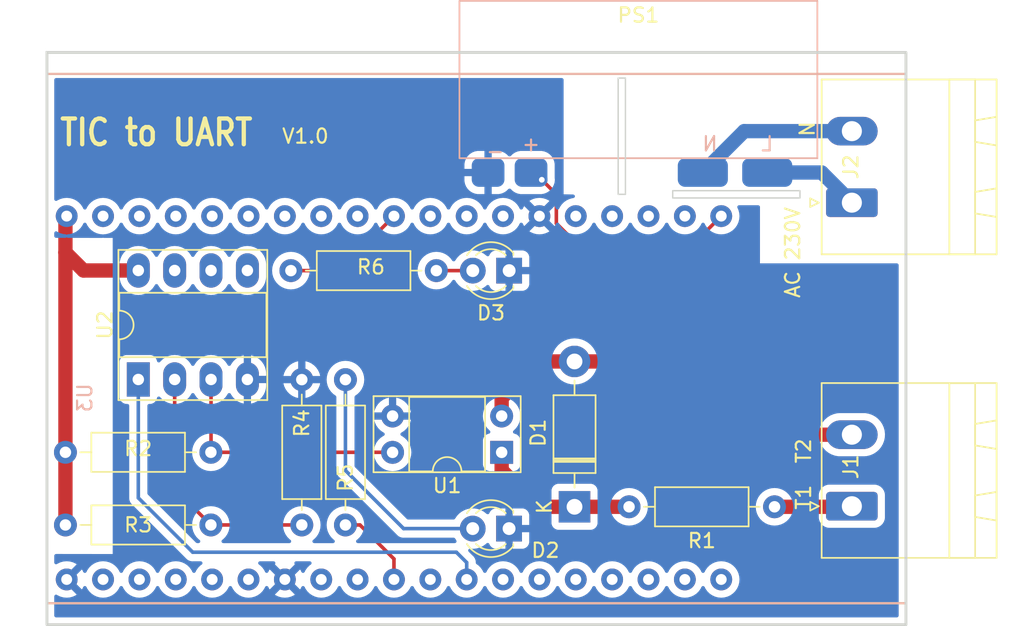
<source format=kicad_pcb>
(kicad_pcb (version 20211014) (generator pcbnew)
  (layers (0 "F.Cu" signal) (31 "B.Cu" signal) (34 "B.Paste" user) (35 "F.Paste" user) (36 "B.SilkS" user "B.Silkscreen") (37 "F.SilkS" user "F.Silkscreen") (38 "B.Mask" user) (39 "F.Mask" user) (44 "Edge.Cuts" user))
  (net 0 "")
  (net 1 "Net-(D1-Pad1)")
  (net 2 "Net-(D1-Pad2)")
  (net 3 "Net-(J1-Pad1)")
  (net 4 "GND")
  (net 5 "Net-(R2-Pad2)")
  (net 6 "Net-(PS1-Pad4)")
  (net 7 "+3V3")
  (net 8 "Net-(R3-Pad2)")
  (net 35 "Net-(U2-Pad1)")
  (net 40 "Net-(U3-Pad29)")
  (net 41 "Net-(U3-Pad10)")
  (net 42 "Net-(D2-Pad2)")
  (net 43 "Net-(D3-Pad2)")
  (net 44 "Net-(PS1-Pad1)")
  (net 45 "Net-(PS1-Pad2)")
  (footprint "Resistor_THT:R_Axial_DIN0207_L6.3mm_D2.5mm_P10.16mm_Horizontal" (layer "F.Cu") (at 177.038 95.25)
    (fp_text reference "R6" (at 5.588 -0.254) (layer "F.SilkS"))
    (fp_text value "15R")
    (fp_line (start 1.81 -1.37) (end 1.81 1.37) (layer "F.SilkS") (width 0.12))
    (fp_line (start 1.04 0) (end 1.81 0) (layer "F.SilkS") (width 0.12))
    (fp_line (start 8.35 -1.37) (end 1.81 -1.37) (layer "F.SilkS") (width 0.12))
    (fp_line (start 1.81 1.37) (end 8.35 1.37) (layer "F.SilkS") (width 0.12))
    (fp_line (start 9.12 0) (end 8.35 0) (layer "F.SilkS") (width 0.12))
    (fp_line (start 8.35 1.37) (end 8.35 -1.37) (layer "F.SilkS") (width 0.12))
    (pad "1" thru_hole circle (at 0 0) (size 1.6 1.6) (drill 0.8) (layers *.Cu *.Mask) (net 41 "Net-(U3-Pad10)"))
    (pad "2" thru_hole oval (at 10.16 0) (size 1.6 1.6) (drill 0.8) (layers *.Cu *.Mask) (net 43 "Net-(D3-Pad2)"))
  )
  (footprint "Resistor_THT:R_Axial_DIN0207_L6.3mm_D2.5mm_P10.16mm_Horizontal" (layer "F.Cu") (at 180.848 113.03 90)
    (fp_text reference "R5" (at 3.302 0 90) (layer "F.SilkS"))
    (fp_text value "65R")
    (fp_line (start 8.35 -1.37) (end 1.81 -1.37) (layer "F.SilkS") (width 0.12))
    (fp_line (start 1.04 0) (end 1.81 0) (layer "F.SilkS") (width 0.12))
    (fp_line (start 9.12 0) (end 8.35 0) (layer "F.SilkS") (width 0.12))
    (fp_line (start 8.35 1.37) (end 8.35 -1.37) (layer "F.SilkS") (width 0.12))
    (fp_line (start 1.81 -1.37) (end 1.81 1.37) (layer "F.SilkS") (width 0.12))
    (fp_line (start 1.81 1.37) (end 8.35 1.37) (layer "F.SilkS") (width 0.12))
    (pad "1" thru_hole circle (at 0 0 90) (size 1.6 1.6) (drill 0.8) (layers *.Cu *.Mask) (net 40 "Net-(U3-Pad29)"))
    (pad "2" thru_hole oval (at 10.16 0 90) (size 1.6 1.6) (drill 0.8) (layers *.Cu *.Mask) (net 42 "Net-(D2-Pad2)"))
  )
  (footprint "Connector_Phoenix_MSTB:PhoenixContact_MSTBA_2,5_2-G_1x02_P5.00mm_Horizontal" (layer "F.Cu") (at 216.2225 111.72 90)
    (fp_text reference "J1" (at 2.754 -0.0685 90) (layer "F.SilkS"))
    (fp_text value "Conn_01x02_Male")
    (fp_line (start 8.61 -2.11) (end -3.61 -2.11) (layer "F.SilkS") (width 0.12))
    (fp_line (start 8.61 10.11) (end 8.61 -2.11) (layer "F.SilkS") (width 0.12))
    (fp_line (start -3.61 8.61) (end -3.61 6.81) (layer "F.SilkS") (width 0.12))
    (fp_line (start 5.75 8.61) (end 4.25 8.61) (layer "F.SilkS") (width 0.12))
    (fp_line (start -3.61 6.81) (end 8.61 6.81) (layer "F.SilkS") (width 0.12))
    (fp_line (start 4.25 8.61) (end 4 10.11) (layer "F.SilkS") (width 0.12))
    (fp_line (start 0.3 -2.91) (end 0 -2.31) (layer "F.SilkS") (width 0.12))
    (fp_line (start 4 10.11) (end 6 10.11) (layer "F.SilkS") (width 0.12))
    (fp_line (start 8.61 8.61) (end -3.61 8.61) (layer "F.SilkS") (width 0.12))
    (fp_line (start -0.75 8.61) (end -1 10.11) (layer "F.SilkS") (width 0.12))
    (fp_line (start -0.3 -2.91) (end 0.3 -2.91) (layer "F.SilkS") (width 0.12))
    (fp_line (start -1 10.11) (end 1 10.11) (layer "F.SilkS") (width 0.12))
    (fp_line (start 6 10.11) (end 5.75 8.61) (layer "F.SilkS") (width 0.12))
    (fp_line (start 8.61 6.81) (end 8.61 8.61) (layer "F.SilkS") (width 0.12))
    (fp_line (start 0.75 8.61) (end -0.75 8.61) (layer "F.SilkS") (width 0.12))
    (fp_line (start 0 -2.31) (end -0.3 -2.91) (layer "F.SilkS") (width 0.12))
    (fp_line (start -3.61 -2.11) (end -3.61 10.11) (layer "F.SilkS") (width 0.12))
    (fp_line (start 1 10.11) (end 0.75 8.61) (layer "F.SilkS") (width 0.12))
    (fp_line (start -3.61 10.11) (end 8.61 10.11) (layer "F.SilkS") (width 0.12))
    (pad "1" thru_hole roundrect (at 0 0 90) (size 2 3.6) (drill 1.4) (layers *.Cu *.Mask) (roundrect_rratio 0.125) (net 3 "Net-(J1-Pad1)"))
    (pad "2" thru_hole oval (at 5 0 90) (size 2 3.6) (drill 1.4) (layers *.Cu *.Mask) (net 2 "Net-(D1-Pad2)"))
  )
  (footprint "Package_DIP:DIP-4_W7.62mm_Socket" (layer "F.Cu") (at 191.76 107.955 180)
    (fp_text reference "U1" (at 3.81 -2.33) (layer "F.SilkS"))
    (fp_text value "SFH617A-2X009T")
    (fp_line (start 1.16 3.87) (end 6.46 3.87) (layer "F.SilkS") (width 0.12))
    (fp_line (start 1.16 -1.33) (end 1.16 3.87) (layer "F.SilkS") (width 0.12))
    (fp_line (start 8.95 3.93) (end 8.95 -1.39) (layer "F.SilkS") (width 0.12))
    (fp_line (start 6.46 -1.33) (end 4.81 -1.33) (layer "F.SilkS") (width 0.12))
    (fp_line (start -1.33 3.93) (end 8.95 3.93) (layer "F.SilkS") (width 0.12))
    (fp_line (start 6.46 3.87) (end 6.46 -1.33) (layer "F.SilkS") (width 0.12))
    (fp_line (start -1.33 -1.39) (end -1.33 3.93) (layer "F.SilkS") (width 0.12))
    (fp_line (start 8.95 -1.39) (end -1.33 -1.39) (layer "F.SilkS") (width 0.12))
    (fp_line (start 2.81 -1.33) (end 1.16 -1.33) (layer "F.SilkS") (width 0.12))
    (fp_arc (start 4.81 -1.33) (mid 3.81 -0.33) (end 2.81 -1.33) (layer "F.SilkS") (width 0.12))
    (pad "1" thru_hole rect (at 0 0 180) (size 1.6 1.6) (drill 0.8) (layers *.Cu *.Mask) (net 1 "Net-(D1-Pad1)"))
    (pad "2" thru_hole oval (at 0 2.54 180) (size 1.6 1.6) (drill 0.8) (layers *.Cu *.Mask) (net 2 "Net-(D1-Pad2)"))
    (pad "3" thru_hole oval (at 7.62 2.54 180) (size 1.6 1.6) (drill 0.8) (layers *.Cu *.Mask) (net 4 "GND"))
    (pad "4" thru_hole oval (at 7.62 0 180) (size 1.6 1.6) (drill 0.8) (layers *.Cu *.Mask) (net 5 "Net-(R2-Pad2)"))
  )
  (footprint "LED_THT:LED_D3.0mm" (layer "F.Cu") (at 192.283 95.25 180)
    (fp_text reference "D3" (at 1.27 -2.96) (layer "F.SilkS"))
    (fp_text value "Blue")
    (fp_line (start -0.29 -1.236) (end -0.29 -1.08) (layer "F.SilkS") (width 0.12))
    (fp_line (start -0.29 1.08) (end -0.29 1.236) (layer "F.SilkS") (width 0.12))
    (fp_arc (start 2.942335 1.078608) (mid 1.366487 1.987659) (end -0.29 1.235516) (layer "F.SilkS") (width 0.12))
    (fp_arc (start 0.229039 -1.08) (mid 1.270117 -1.5) (end 2.31113 -1.079837) (layer "F.SilkS") (width 0.12))
    (fp_arc (start -0.29 -1.235516) (mid 1.366487 -1.987659) (end 2.942335 -1.078608) (layer "F.SilkS") (width 0.12))
    (fp_arc (start 2.31113 1.079837) (mid 1.270117 1.5) (end 0.229039 1.08) (layer "F.SilkS") (width 0.12))
    (pad "1" thru_hole rect (at 0 0 180) (size 1.8 1.8) (drill 0.9) (layers *.Cu *.Mask) (net 4 "GND"))
    (pad "2" thru_hole circle (at 2.54 0 180) (size 1.8 1.8) (drill 0.9) (layers *.Cu *.Mask) (net 43 "Net-(D3-Pad2)"))
  )
  (footprint "Resistor_THT:R_Axial_DIN0207_L6.3mm_D2.5mm_P10.16mm_Horizontal" (layer "F.Cu") (at 161.29 113.03)
    (fp_text reference "R3" (at 5.08 0) (layer "F.SilkS"))
    (fp_text value "120K")
    (fp_line (start 9.12 0) (end 8.35 0) (layer "F.SilkS") (width 0.12))
    (fp_line (start 8.35 1.37) (end 8.35 -1.37) (layer "F.SilkS") (width 0.12))
    (fp_line (start 1.81 -1.37) (end 1.81 1.37) (layer "F.SilkS") (width 0.12))
    (fp_line (start 8.35 -1.37) (end 1.81 -1.37) (layer "F.SilkS") (width 0.12))
    (fp_line (start 1.81 1.37) (end 8.35 1.37) (layer "F.SilkS") (width 0.12))
    (fp_line (start 1.04 0) (end 1.81 0) (layer "F.SilkS") (width 0.12))
    (pad "1" thru_hole circle (at 0 0) (size 1.6 1.6) (drill 0.8) (layers *.Cu *.Mask) (net 7 "+3V3"))
    (pad "2" thru_hole oval (at 10.16 0) (size 1.6 1.6) (drill 0.8) (layers *.Cu *.Mask) (net 8 "Net-(R3-Pad2)"))
  )
  (footprint "LED_THT:LED_D3.0mm" (layer "F.Cu") (at 192.278 113.284 180)
    (fp_text reference "D2" (at -2.54 -1.524) (layer "F.SilkS"))
    (fp_text value "Red")
    (fp_line (start -0.29 -1.236) (end -0.29 -1.08) (layer "F.SilkS") (width 0.12))
    (fp_line (start -0.29 1.08) (end -0.29 1.236) (layer "F.SilkS") (width 0.12))
    (fp_arc (start 2.942335 1.078608) (mid 1.366487 1.987659) (end -0.29 1.235516) (layer "F.SilkS") (width 0.12))
    (fp_arc (start 2.31113 1.079837) (mid 1.270117 1.5) (end 0.229039 1.08) (layer "F.SilkS") (width 0.12))
    (fp_arc (start 0.229039 -1.08) (mid 1.270117 -1.5) (end 2.31113 -1.079837) (layer "F.SilkS") (width 0.12))
    (fp_arc (start -0.29 -1.235516) (mid 1.366487 -1.987659) (end 2.942335 -1.078608) (layer "F.SilkS") (width 0.12))
    (pad "1" thru_hole rect (at 0 0 180) (size 1.8 1.8) (drill 0.9) (layers *.Cu *.Mask) (net 4 "GND"))
    (pad "2" thru_hole circle (at 2.54 0 180) (size 1.8 1.8) (drill 0.9) (layers *.Cu *.Mask) (net 42 "Net-(D2-Pad2)"))
  )
  (footprint "Package_DIP:DIP-8_W7.62mm_Socket_LongPads" (layer "F.Cu") (at 166.38 102.86 90)
    (fp_text reference "U2" (at 3.81 -2.33 90) (layer "F.SilkS"))
    (fp_text value "LM358")
    (fp_line (start -1.44 9.01) (end 9.06 9.01) (layer "F.SilkS") (width 0.12))
    (fp_line (start -1.44 -1.39) (end -1.44 9.01) (layer "F.SilkS") (width 0.12))
    (fp_line (start 9.06 -1.39) (end -1.44 -1.39) (layer "F.SilkS") (width 0.12))
    (fp_line (start 9.06 9.01) (end 9.06 -1.39) (layer "F.SilkS") (width 0.12))
    (fp_line (start 6.06 8.95) (end 6.06 -1.33) (layer "F.SilkS") (width 0.12))
    (fp_line (start 6.06 -1.33) (end 4.81 -1.33) (layer "F.SilkS") (width 0.12))
    (fp_line (start 1.56 -1.33) (end 1.56 8.95) (layer "F.SilkS") (width 0.12))
    (fp_line (start 2.81 -1.33) (end 1.56 -1.33) (layer "F.SilkS") (width 0.12))
    (fp_line (start 1.56 8.95) (end 6.06 8.95) (layer "F.SilkS") (width 0.12))
    (fp_arc (start 4.81 -1.33) (mid 3.81 -0.33) (end 2.81 -1.33) (layer "F.SilkS") (width 0.12))
    (pad "1" thru_hole rect (at 0 0 90) (size 2.4 1.6) (drill 0.8) (layers *.Cu *.Mask) (net 35 "Net-(U2-Pad1)"))
    (pad "2" thru_hole oval (at 0 2.54 90) (size 2.4 1.6) (drill 0.8) (layers *.Cu *.Mask) (net 8 "Net-(R3-Pad2)"))
    (pad "3" thru_hole oval (at 0 5.08 90) (size 2.4 1.6) (drill 0.8) (layers *.Cu *.Mask) (net 5 "Net-(R2-Pad2)"))
    (pad "4" thru_hole oval (at 0 7.62 90) (size 2.4 1.6) (drill 0.8) (layers *.Cu *.Mask) (net 4 "GND"))
    (pad "5" thru_hole oval (at 7.62 7.62 90) (size 2.4 1.6) (drill 0.8) (layers *.Cu *.Mask))
    (pad "6" thru_hole oval (at 7.62 5.08 90) (size 2.4 1.6) (drill 0.8) (layers *.Cu *.Mask))
    (pad "7" thru_hole oval (at 7.62 2.54 90) (size 2.4 1.6) (drill 0.8) (layers *.Cu *.Mask))
    (pad "8" thru_hole oval (at 7.62 0 90) (size 2.4 1.6) (drill 0.8) (layers *.Cu *.Mask) (net 7 "+3V3"))
  )
  (footprint "Resistor_THT:R_Axial_DIN0207_L6.3mm_D2.5mm_P10.16mm_Horizontal" (layer "F.Cu") (at 177.8 113.03 90)
    (fp_text reference "R4" (at 7.112 0 90) (layer "F.SilkS"))
    (fp_text value "120K")
    (fp_line (start 1.04 0) (end 1.81 0) (layer "F.SilkS") (width 0.12))
    (fp_line (start 8.35 1.37) (end 8.35 -1.37) (layer "F.SilkS") (width 0.12))
    (fp_line (start 9.12 0) (end 8.35 0) (layer "F.SilkS") (width 0.12))
    (fp_line (start 8.35 -1.37) (end 1.81 -1.37) (layer "F.SilkS") (width 0.12))
    (fp_line (start 1.81 -1.37) (end 1.81 1.37) (layer "F.SilkS") (width 0.12))
    (fp_line (start 1.81 1.37) (end 8.35 1.37) (layer "F.SilkS") (width 0.12))
    (pad "1" thru_hole circle (at 0 0 90) (size 1.6 1.6) (drill 0.8) (layers *.Cu *.Mask) (net 8 "Net-(R3-Pad2)"))
    (pad "2" thru_hole oval (at 10.16 0 90) (size 1.6 1.6) (drill 0.8) (layers *.Cu *.Mask) (net 4 "GND"))
  )
  (footprint "Resistor_THT:R_Axial_DIN0207_L6.3mm_D2.5mm_P10.16mm_Horizontal" (layer "F.Cu") (at 210.82 111.76 180)
    (fp_text reference "R1" (at 5.08 -2.37 180) (layer "F.SilkS"))
    (fp_text value "1k8")
    (fp_line (start 1.81 -1.37) (end 1.81 1.37) (layer "F.SilkS") (width 0.12))
    (fp_line (start 8.35 1.37) (end 8.35 -1.37) (layer "F.SilkS") (width 0.12))
    (fp_line (start 1.81 1.37) (end 8.35 1.37) (layer "F.SilkS") (width 0.12))
    (fp_line (start 9.12 0) (end 8.35 0) (layer "F.SilkS") (width 0.12))
    (fp_line (start 1.04 0) (end 1.81 0) (layer "F.SilkS") (width 0.12))
    (fp_line (start 8.35 -1.37) (end 1.81 -1.37) (layer "F.SilkS") (width 0.12))
    (pad "1" thru_hole circle (at 0 0 180) (size 1.6 1.6) (drill 0.8) (layers *.Cu *.Mask) (net 3 "Net-(J1-Pad1)"))
    (pad "2" thru_hole oval (at 10.16 0 180) (size 1.6 1.6) (drill 0.8) (layers *.Cu *.Mask) (net 1 "Net-(D1-Pad1)"))
  )
  (footprint "Diode_THT:D_DO-41_SOD81_P10.16mm_Horizontal" (layer "F.Cu") (at 196.85 111.76 90)
    (fp_text reference "D1" (at 5.17 -2.54 90) (layer "F.SilkS"))
    (fp_text value "1N4001")
    (fp_text user "K" (at 0 -2.1 90) (layer "F.SilkS"))
    (fp_line (start 3.14 -1.47) (end 3.14 1.47) (layer "F.SilkS") (width 0.12))
    (fp_line (start 2.36 -1.47) (end 2.36 1.47) (layer "F.SilkS") (width 0.12))
    (fp_line (start 7.8 1.47) (end 7.8 -1.47) (layer "F.SilkS") (width 0.12))
    (fp_line (start 1.34 0) (end 2.36 0) (layer "F.SilkS") (width 0.12))
    (fp_line (start 7.8 -1.47) (end 2.36 -1.47) (layer "F.SilkS") (width 0.12))
    (fp_line (start 2.36 1.47) (end 7.8 1.47) (layer "F.SilkS") (width 0.12))
    (fp_line (start 3.38 -1.47) (end 3.38 1.47) (layer "F.SilkS") (width 0.12))
    (fp_line (start 8.82 0) (end 7.8 0) (layer "F.SilkS") (width 0.12))
    (fp_line (start 3.26 -1.47) (end 3.26 1.47) (layer "F.SilkS") (width 0.12))
    (pad "1" thru_hole rect (at 0 0 90) (size 2.2 2.2) (drill 1.1) (layers *.Cu *.Mask) (net 1 "Net-(D1-Pad1)"))
    (pad "2" thru_hole oval (at 10.16 0 90) (size 2.2 2.2) (drill 1.1) (layers *.Cu *.Mask) (net 2 "Net-(D1-Pad2)"))
  )
  (footprint "Resistor_THT:R_Axial_DIN0207_L6.3mm_D2.5mm_P10.16mm_Horizontal" (layer "F.Cu") (at 161.29 107.95)
    (fp_text reference "R2" (at 5.08 -0.254) (layer "F.SilkS"))
    (fp_text value "R")
    (fp_line (start 1.04 0) (end 1.81 0) (layer "F.SilkS") (width 0.12))
    (fp_line (start 8.35 -1.37) (end 1.81 -1.37) (layer "F.SilkS") (width 0.12))
    (fp_line (start 1.81 -1.37) (end 1.81 1.37) (layer "F.SilkS") (width 0.12))
    (fp_line (start 9.12 0) (end 8.35 0) (layer "F.SilkS") (width 0.12))
    (fp_line (start 1.81 1.37) (end 8.35 1.37) (layer "F.SilkS") (width 0.12))
    (fp_line (start 8.35 1.37) (end 8.35 -1.37) (layer "F.SilkS") (width 0.12))
    (pad "1" thru_hole circle (at 0 0) (size 1.6 1.6) (drill 0.8) (layers *.Cu *.Mask) (net 7 "+3V3"))
    (pad "2" thru_hole oval (at 10.16 0) (size 1.6 1.6) (drill 0.8) (layers *.Cu *.Mask) (net 5 "Net-(R2-Pad2)"))
  )
  (footprint "Connector_Phoenix_MSTB:PhoenixContact_MSTBA_2,5_2-G_1x02_P5.00mm_Horizontal" (layer "F.Cu") (at 216.2225 90.5 90)
    (fp_text reference "J2" (at 2.5 -0.0685 90) (layer "F.SilkS"))
    (fp_text value "Conn_01x02_Female")
    (fp_line (start 8.61 6.81) (end 8.61 8.61) (layer "F.SilkS") (width 0.12))
    (fp_line (start 1 10.11) (end 0.75 8.61) (layer "F.SilkS") (width 0.12))
    (fp_line (start -3.61 -2.11) (end -3.61 10.11) (layer "F.SilkS") (width 0.12))
    (fp_line (start -0.3 -2.91) (end 0.3 -2.91) (layer "F.SilkS") (width 0.12))
    (fp_line (start -1 10.11) (end 1 10.11) (layer "F.SilkS") (width 0.12))
    (fp_line (start 0.75 8.61) (end -0.75 8.61) (layer "F.SilkS") (width 0.12))
    (fp_line (start 8.61 8.61) (end -3.61 8.61) (layer "F.SilkS") (width 0.12))
    (fp_line (start 0 -2.31) (end -0.3 -2.91) (layer "F.SilkS") (width 0.12))
    (fp_line (start -0.75 8.61) (end -1 10.11) (layer "F.SilkS") (width 0.12))
    (fp_line (start 8.61 10.11) (end 8.61 -2.11) (layer "F.SilkS") (width 0.12))
    (fp_line (start -3.61 10.11) (end 8.61 10.11) (layer "F.SilkS") (width 0.12))
    (fp_line (start 8.61 -2.11) (end -3.61 -2.11) (layer "F.SilkS") (width 0.12))
    (fp_line (start 6 10.11) (end 5.75 8.61) (layer "F.SilkS") (width 0.12))
    (fp_line (start 4 10.11) (end 6 10.11) (layer "F.SilkS") (width 0.12))
    (fp_line (start 0.3 -2.91) (end 0 -2.31) (layer "F.SilkS") (width 0.12))
    (fp_line (start -3.61 8.61) (end -3.61 6.81) (layer "F.SilkS") (width 0.12))
    (fp_line (start -3.61 6.81) (end 8.61 6.81) (layer "F.SilkS") (width 0.12))
    (fp_line (start 4.25 8.61) (end 4 10.11) (layer "F.SilkS") (width 0.12))
    (fp_line (start 5.75 8.61) (end 4.25 8.61) (layer "F.SilkS") (width 0.12))
    (pad "1" thru_hole roundrect (at 0 0 90) (size 2 3.6) (drill 1.4) (layers *.Cu *.Mask) (roundrect_rratio 0.125) (net 44 "Net-(PS1-Pad1)"))
    (pad "2" thru_hole oval (at 5 0 90) (size 2 3.6) (drill 1.4) (layers *.Cu *.Mask) (net 45 "Net-(PS1-Pad2)"))
  )
  (footprint "doit-esp32-devkit-kicad-master:WX-DC12003" (layer "B.Cu") (at 210.312 88.392 180)
    (fp_text reference "PS1" (at 9 11 unlocked) (layer "F.SilkS"))
    (fp_text value "WX-DC12003")
    (fp_text user "N" (at 4 2 unlocked) (layer "B.SilkS") (effects (justify mirror)))
    (fp_text user "-" (at 19 1.5 unlocked) (layer "B.SilkS") (effects (justify mirror)))
    (fp_text user "L" (at 0 2 unlocked) (layer "B.SilkS") (effects (justify mirror)))
    (fp_text user "+" (at 16.5 2 unlocked) (layer "B.SilkS") (effects (justify mirror)))
    (fp_rect (start -3.5 1) (end 21.5 12) (layer "B.SilkS") (width 0.12) (fill none))
    (pad "1" smd roundrect (at 0 0 180) (size 3.5 2) (layers "B.Cu" "B.Paste" "B.Mask") (net 44 "Net-(PS1-Pad1)"))
    (pad "2" smd roundrect (at 4.5 0 180) (size 3.5 2) (layers "B.Cu" "B.Paste" "B.Mask") (net 45 "Net-(PS1-Pad2)"))
    (pad "3" smd roundrect (at 19.5 0 180) (size 2.286 2) (layers "B.Cu" "B.Paste" "B.Mask") (net 4 "GND"))
    (pad "4" smd roundrect (at 16.5 0 180) (size 2.286 2) (layers "B.Cu" "B.Paste" "B.Mask") (net 6 "Net-(PS1-Pad4)"))
  )
  (footprint "doit-esp32-devkit-kicad-master:ESP_WROOM_32-DOIT-DEVKIT" (layer "B.Cu") (at 158.8375 104.14 -90)
    (fp_text reference "U3" (at 0 -3.81 90) (layer "B.SilkS") (effects (justify mirror)))
    (fp_text value "DOIT-ESP32-DEVKIT-V1")
    (pad "1" thru_hole circle (at -12.7 -2.54 270) (size 1.524 1.524) (drill 0.762) (layers *.Cu *.Mask) (net 7 "+3V3"))
    (pad "2" thru_hole circle (at -12.7 -5.08 270) (size 1.524 1.524) (drill 0.762) (layers *.Cu *.Mask))
    (pad "3" thru_hole circle (at -12.7 -7.62 270) (size 1.524 1.524) (drill 0.762) (layers *.Cu *.Mask))
    (pad "4" thru_hole circle (at -12.7 -10.16 270) (size 1.524 1.524) (drill 0.762) (layers *.Cu *.Mask))
    (pad "5" thru_hole circle (at -12.7 -12.7 270) (size 1.524 1.524) (drill 0.762) (layers *.Cu *.Mask))
    (pad "6" thru_hole circle (at -12.7 -15.24 270) (size 1.524 1.524) (drill 0.762) (layers *.Cu *.Mask))
    (pad "7" thru_hole circle (at -12.7 -17.78 270) (size 1.524 1.524) (drill 0.762) (layers *.Cu *.Mask))
    (pad "8" thru_hole circle (at -12.7 -20.32 270) (size 1.524 1.524) (drill 0.762) (layers *.Cu *.Mask))
    (pad "9" thru_hole circle (at -12.7 -22.86 270) (size 1.524 1.524) (drill 0.762) (layers *.Cu *.Mask))
    (pad "10" thru_hole circle (at -12.7 -25.4 270) (size 1.524 1.524) (drill 0.762) (layers *.Cu *.Mask) (net 41 "Net-(U3-Pad10)"))
    (pad "11" thru_hole circle (at -12.7 -27.94 270) (size 1.524 1.524) (drill 0.762) (layers *.Cu *.Mask))
    (pad "12" thru_hole circle (at -12.7 -30.48 270) (size 1.524 1.524) (drill 0.762) (layers *.Cu *.Mask))
    (pad "13" thru_hole circle (at -12.7 -33.02 270) (size 1.524 1.524) (drill 0.762) (layers *.Cu *.Mask))
    (pad "14" thru_hole circle (at -12.7 -35.56 270) (size 1.524 1.524) (drill 0.762) (layers *.Cu *.Mask) (net 4 "GND"))
    (pad "15" thru_hole circle (at -12.7 -38.1 270) (size 1.524 1.524) (drill 0.762) (layers *.Cu *.Mask))
    (pad "16" thru_hole circle (at -12.7 -40.64 270) (size 1.524 1.524) (drill 0.762) (layers *.Cu *.Mask))
    (pad "17" thru_hole circle (at -12.7 -43.18 270) (size 1.524 1.524) (drill 0.762) (layers *.Cu *.Mask))
    (pad "18" thru_hole circle (at -12.7 -45.72 270) (size 1.524 1.524) (drill 0.762) (layers *.Cu *.Mask))
    (pad "19" thru_hole circle (at -12.7 -48.26 270) (size 1.524 1.524) (drill 0.762) (layers *.Cu *.Mask) (net 6 "Net-(PS1-Pad4)"))
    (pad "20" thru_hole circle (at 12.7 -48.26 270) (size 1.524 1.524) (drill 0.762) (layers *.Cu *.Mask))
    (pad "21" thru_hole circle (at 12.7 -45.72 270) (size 1.524 1.524) (drill 0.762) (layers *.Cu *.Mask))
    (pad "22" thru_hole circle (at 12.7 -43.18 270) (size 1.524 1.524) (drill 0.762) (layers *.Cu *.Mask))
    (pad "23" thru_hole circle (at 12.7 -40.64 270) (size 1.524 1.524) (drill 0.762) (layers *.Cu *.Mask))
    (pad "24" thru_hole circle (at 12.7 -38.1 270) (size 1.524 1.524) (drill 0.762) (layers *.Cu *.Mask))
    (pad "25" thru_hole circle (at 12.7 -35.56 270) (size 1.524 1.524) (drill 0.762) (layers *.Cu *.Mask))
    (pad "26" thru_hole circle (at 12.7 -33.02 270) (size 1.524 1.524) (drill 0.762) (layers *.Cu *.Mask))
    (pad "27" thru_hole circle (at 12.7 -30.48 270) (size 1.524 1.524) (drill 0.762) (layers *.Cu *.Mask) (net 35 "Net-(U2-Pad1)"))
    (pad "28" thru_hole circle (at 12.7 -27.94 270) (size 1.524 1.524) (drill 0.762) (layers *.Cu *.Mask))
    (pad "29" thru_hole circle (at 12.7 -25.4 270) (size 1.524 1.524) (drill 0.762) (layers *.Cu *.Mask) (net 40 "Net-(U3-Pad29)"))
    (pad "30" thru_hole circle (at 12.7 -22.86 270) (size 1.524 1.524) (drill 0.762) (layers *.Cu *.Mask))
    (pad "31" thru_hole circle (at 12.7 -20.32 270) (size 1.524 1.524) (drill 0.762) (layers *.Cu *.Mask))
    (pad "32" thru_hole circle (at 12.7 -17.78 270) (size 1.524 1.524) (drill 0.762) (layers *.Cu *.Mask) (net 4 "GND"))
    (pad "33" thru_hole circle (at 12.7 -15.24 270) (size 1.524 1.524) (drill 0.762) (layers *.Cu *.Mask))
    (pad "34" thru_hole circle (at 12.7 -12.7 270) (size 1.524 1.524) (drill 0.762) (layers *.Cu *.Mask))
    (pad "35" thru_hole circle (at 12.7 -10.16 270) (size 1.524 1.524) (drill 0.762) (layers *.Cu *.Mask))
    (pad "36" thru_hole circle (at 12.7 -7.62 270) (size 1.524 1.524) (drill 0.762) (layers *.Cu *.Mask))
    (pad "37" thru_hole circle (at 12.7 -5.08 270) (size 1.524 1.524) (drill 0.762) (layers *.Cu *.Mask))
    (pad "38" thru_hole circle (at 12.7 -2.54 270) (size 1.524 1.524) (drill 0.762) (layers *.Cu *.Mask) (net 4 "GND"))
  )
  (gr_line (start 160 81.5) (end 220 81.5) (layer "B.SilkS") (width 0.15))
  (gr_line (start 160 118.5) (end 220 118.5) (layer "B.SilkS") (width 0.15))
  (gr_line (start 160 81.5) (end 220 81.5) (layer "F.SilkS") (width 0.15))
  (gr_line (start 160 118.5) (end 220 118.5) (layer "F.SilkS") (width 0.15))
  (gr_rect (start 199.898 81.788) (end 200.406 89.916) (layer "Edge.Cuts") (width 0.1) (fill none))
  (gr_rect (start 203.708 89.662) (end 212.598 90.17) (layer "Edge.Cuts") (width 0.1) (fill none))
  (gr_rect (start 160 80) (end 220 120) (layer "Edge.Cuts") (width 0.2) (fill none))
  (gr_text "AC 230V" (at 212.09 93.98 90) (layer "F.SilkS") (effects (font (size 1 1))))
  (gr_text "T1  T2" (at 212.852 109.474 90) (layer "F.SilkS") (effects (font (size 1 1))))
  (gr_text "N" (at 213.106 85.344 90) (layer "F.SilkS") (effects (font (size 1 1))))
  (gr_text "TIC to UART" (at 167.64 85.598) (layer "F.SilkS") (effects (font (size 1.8 1.5) (thickness 0.3))))
  (gr_text "V1.0" (at 178.054 85.852) (layer "F.SilkS") (effects (font (size 1 1))))
  (segment (start 191.76 109.21) (end 194.31 111.76) (width 1) (layer "F.Cu") (net 1))
  (segment (start 194.31 111.76) (end 196.85 111.76) (width 1) (layer "F.Cu") (net 1))
  (segment (start 196.85 111.76) (end 200.66 111.76) (width 1) (layer "F.Cu") (net 1))
  (segment (start 191.76 107.955) (end 191.76 109.21) (width 1) (layer "F.Cu") (net 1))
  (segment (start 204.51 106.72) (end 204.47 106.68) (width 1) (layer "F.Cu") (net 2))
  (segment (start 199.39 101.6) (end 204.47 106.68) (width 1) (layer "F.Cu") (net 2))
  (segment (start 194.31 101.6) (end 196.85 101.6) (width 1) (layer "F.Cu") (net 2))
  (segment (start 191.76 105.415) (end 191.76 104.15) (width 1) (layer "F.Cu") (net 2))
  (segment (start 216.2225 106.72) (end 204.51 106.72) (width 1) (layer "F.Cu") (net 2))
  (segment (start 196.85 101.6) (end 199.39 101.6) (width 1) (layer "F.Cu") (net 2))
  (segment (start 191.76 104.15) (end 194.31 101.6) (width 1) (layer "F.Cu") (net 2))
  (segment (start 210.82 111.76) (end 216.1825 111.76) (width 1) (layer "F.Cu") (net 3))
  (segment (start 216.1825 111.76) (end 216.2225 111.72) (width 1) (layer "F.Cu") (net 3))
  (segment (start 171.46 107.94) (end 171.45 107.95) (width 1) (layer "F.Cu") (net 5))
  (segment (start 184.135 107.95) (end 184.14 107.955) (width 1) (layer "F.Cu") (net 5))
  (segment (start 171.45 107.95) (end 184.135 107.95) (width 0.25) (layer "F.Cu") (net 5))
  (segment (start 171.46 102.86) (end 171.46 107.94) (width 0.25) (layer "F.Cu") (net 5))
  (segment (start 205.5735 92.964) (end 207.0975 91.44) (width 0.25) (layer "F.Cu") (net 6))
  (segment (start 195.58 89.916) (end 195.58 91.948) (width 0.25) (layer "F.Cu") (net 6))
  (segment (start 196.596 92.964) (end 205.5735 92.964) (width 0.25) (layer "F.Cu") (net 6))
  (segment (start 194.564 88.9) (end 195.58 89.916) (width 0.25) (layer "F.Cu") (net 6))
  (segment (start 195.58 91.948) (end 196.596 92.964) (width 0.25) (layer "F.Cu") (net 6))
  (via (at 194.564 88.9) (size 0.8) (drill 0.4) (layers "F.Cu" "B.Cu") (net 6))
  (segment (start 161.29 93.98) (end 161.29 91.5275) (width 1) (layer "F.Cu") (net 7))
  (segment (start 161.29 107.95) (end 161.29 93.98) (width 1) (layer "F.Cu") (net 7))
  (segment (start 162.55 95.24) (end 161.29 93.98) (width 1) (layer "F.Cu") (net 7))
  (segment (start 161.29 107.95) (end 161.29 113.03) (width 1) (layer "F.Cu") (net 7))
  (segment (start 166.38 95.24) (end 162.55 95.24) (width 1) (layer "F.Cu") (net 7))
  (segment (start 161.29 91.5275) (end 161.3775 91.44) (width 1) (layer "F.Cu") (net 7))
  (segment (start 171.45 113.03) (end 177.8 113.03) (width 0.25) (layer "F.Cu") (net 8))
  (segment (start 168.92 110.5) (end 168.92 102.86) (width 0.25) (layer "F.Cu") (net 8))
  (segment (start 171.45 113.03) (end 168.92 110.5) (width 0.25) (layer "F.Cu") (net 8))
  (segment (start 189.3175 116.84) (end 189.3175 115.6575) (width 0.25) (layer "B.Cu") (net 35))
  (segment (start 166.38 111.135) (end 166.38 102.86) (width 0.25) (layer "B.Cu") (net 35))
  (segment (start 188.595 114.935) (end 170.18 114.935) (width 0.25) (layer "B.Cu") (net 35))
  (segment (start 189.3175 115.6575) (end 188.595 114.935) (width 0.25) (layer "B.Cu") (net 35))
  (segment (start 170.18 114.935) (end 166.38 111.135) (width 0.25) (layer "B.Cu") (net 35))
  (segment (start 180.848 113.03) (end 181.864 113.03) (width 0.25) (layer "F.Cu") (net 40))
  (segment (start 184.2375 115.4035) (end 184.2375 116.84) (width 0.25) (layer "F.Cu") (net 40))
  (segment (start 181.864 113.03) (end 184.2375 115.4035) (width 0.25) (layer "F.Cu") (net 40))
  (segment (start 180.4275 95.25) (end 184.2375 91.44) (width 0.25) (layer "F.Cu") (net 41))
  (segment (start 177.038 95.25) (end 180.4275 95.25) (width 0.25) (layer "F.Cu") (net 41))
  (segment (start 184.912 113.284) (end 189.738 113.284) (width 0.25) (layer "B.Cu") (net 42))
  (segment (start 180.848 102.87) (end 180.848 109.22) (width 0.25) (layer "B.Cu") (net 42))
  (segment (start 180.848 109.22) (end 184.912 113.284) (width 0.25) (layer "B.Cu") (net 42))
  (segment (start 187.198 95.25) (end 189.743 95.25) (width 0.25) (layer "F.Cu") (net 43))
  (segment (start 214.1145 88.392) (end 216.2225 90.5) (width 1) (layer "B.Cu") (net 44))
  (segment (start 210.312 88.392) (end 214.1145 88.392) (width 1) (layer "B.Cu") (net 44))
  (segment (start 208.704 85.5) (end 216.2225 85.5) (width 1) (layer "B.Cu") (net 45))
  (segment (start 208.704 85.5) (end 205.812 88.392) (width 1) (layer "B.Cu") (net 45))
  (zone (net 0) (net_name "") (layer "B.Cu") (name "antenna") (connect_pads (clearance 0)) (min_thickness 0.254)
    (keepout (tracks not_allowed) (vias not_allowed) (pads not_allowed) (copperpour not_allowed) (footprints not_allowed))
    (fill (thermal_gap 0.508) (thermal_bridge_width 0.508))
    (polygon (pts (xy 164.592 115.062) (xy 159.512068 115.056163) (xy 159.766068 92.958163) (xy 164.592 92.964)))
  )
  (zone (net 4) (net_name "GND") (layer "B.Cu") (connect_pads (clearance 0.508)) (min_thickness 0.254) (fill yes (thermal_gap 0.508) (thermal_bridge_width 0.508))
    (polygon (pts (xy 196.088 89.916) (xy 209.804 90.17) (xy 209.804 94.742) (xy 219.71 94.742) (xy 219.964 119.888) (xy 160.28043 119.86844) (xy 160.274 81.788) (xy 196.088 81.788)))
  )
)
</source>
